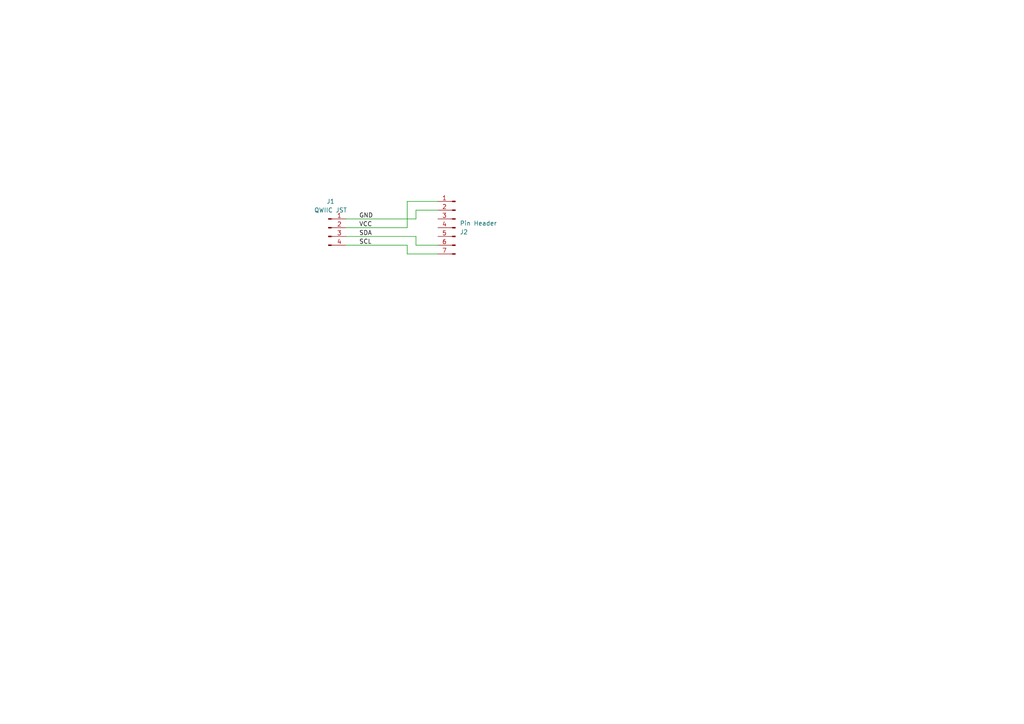
<source format=kicad_sch>
(kicad_sch
	(version 20231120)
	(generator "eeschema")
	(generator_version "8.0")
	(uuid "69c80b9b-9eb6-4f6f-9890-e7371d1e2cde")
	(paper "A4")
	(lib_symbols
		(symbol "Connector:Conn_01x04_Pin"
			(pin_names
				(offset 1.016) hide)
			(exclude_from_sim no)
			(in_bom yes)
			(on_board yes)
			(property "Reference" "J"
				(at 0 5.08 0)
				(effects
					(font
						(size 1.27 1.27)
					)
				)
			)
			(property "Value" "Conn_01x04_Pin"
				(at 0 -7.62 0)
				(effects
					(font
						(size 1.27 1.27)
					)
				)
			)
			(property "Footprint" ""
				(at 0 0 0)
				(effects
					(font
						(size 1.27 1.27)
					)
					(hide yes)
				)
			)
			(property "Datasheet" "~"
				(at 0 0 0)
				(effects
					(font
						(size 1.27 1.27)
					)
					(hide yes)
				)
			)
			(property "Description" "Generic connector, single row, 01x04, script generated"
				(at 0 0 0)
				(effects
					(font
						(size 1.27 1.27)
					)
					(hide yes)
				)
			)
			(property "ki_locked" ""
				(at 0 0 0)
				(effects
					(font
						(size 1.27 1.27)
					)
				)
			)
			(property "ki_keywords" "connector"
				(at 0 0 0)
				(effects
					(font
						(size 1.27 1.27)
					)
					(hide yes)
				)
			)
			(property "ki_fp_filters" "Connector*:*_1x??_*"
				(at 0 0 0)
				(effects
					(font
						(size 1.27 1.27)
					)
					(hide yes)
				)
			)
			(symbol "Conn_01x04_Pin_1_1"
				(polyline
					(pts
						(xy 1.27 -5.08) (xy 0.8636 -5.08)
					)
					(stroke
						(width 0.1524)
						(type default)
					)
					(fill
						(type none)
					)
				)
				(polyline
					(pts
						(xy 1.27 -2.54) (xy 0.8636 -2.54)
					)
					(stroke
						(width 0.1524)
						(type default)
					)
					(fill
						(type none)
					)
				)
				(polyline
					(pts
						(xy 1.27 0) (xy 0.8636 0)
					)
					(stroke
						(width 0.1524)
						(type default)
					)
					(fill
						(type none)
					)
				)
				(polyline
					(pts
						(xy 1.27 2.54) (xy 0.8636 2.54)
					)
					(stroke
						(width 0.1524)
						(type default)
					)
					(fill
						(type none)
					)
				)
				(rectangle
					(start 0.8636 -4.953)
					(end 0 -5.207)
					(stroke
						(width 0.1524)
						(type default)
					)
					(fill
						(type outline)
					)
				)
				(rectangle
					(start 0.8636 -2.413)
					(end 0 -2.667)
					(stroke
						(width 0.1524)
						(type default)
					)
					(fill
						(type outline)
					)
				)
				(rectangle
					(start 0.8636 0.127)
					(end 0 -0.127)
					(stroke
						(width 0.1524)
						(type default)
					)
					(fill
						(type outline)
					)
				)
				(rectangle
					(start 0.8636 2.667)
					(end 0 2.413)
					(stroke
						(width 0.1524)
						(type default)
					)
					(fill
						(type outline)
					)
				)
				(pin passive line
					(at 5.08 2.54 180)
					(length 3.81)
					(name "Pin_1"
						(effects
							(font
								(size 1.27 1.27)
							)
						)
					)
					(number "1"
						(effects
							(font
								(size 1.27 1.27)
							)
						)
					)
				)
				(pin passive line
					(at 5.08 0 180)
					(length 3.81)
					(name "Pin_2"
						(effects
							(font
								(size 1.27 1.27)
							)
						)
					)
					(number "2"
						(effects
							(font
								(size 1.27 1.27)
							)
						)
					)
				)
				(pin passive line
					(at 5.08 -2.54 180)
					(length 3.81)
					(name "Pin_3"
						(effects
							(font
								(size 1.27 1.27)
							)
						)
					)
					(number "3"
						(effects
							(font
								(size 1.27 1.27)
							)
						)
					)
				)
				(pin passive line
					(at 5.08 -5.08 180)
					(length 3.81)
					(name "Pin_4"
						(effects
							(font
								(size 1.27 1.27)
							)
						)
					)
					(number "4"
						(effects
							(font
								(size 1.27 1.27)
							)
						)
					)
				)
			)
		)
		(symbol "Connector:Conn_01x07_Pin"
			(pin_names
				(offset 1.016) hide)
			(exclude_from_sim no)
			(in_bom yes)
			(on_board yes)
			(property "Reference" "J"
				(at 0 10.16 0)
				(effects
					(font
						(size 1.27 1.27)
					)
				)
			)
			(property "Value" "Conn_01x07_Pin"
				(at 0 -10.16 0)
				(effects
					(font
						(size 1.27 1.27)
					)
				)
			)
			(property "Footprint" ""
				(at 0 0 0)
				(effects
					(font
						(size 1.27 1.27)
					)
					(hide yes)
				)
			)
			(property "Datasheet" "~"
				(at 0 0 0)
				(effects
					(font
						(size 1.27 1.27)
					)
					(hide yes)
				)
			)
			(property "Description" "Generic connector, single row, 01x07, script generated"
				(at 0 0 0)
				(effects
					(font
						(size 1.27 1.27)
					)
					(hide yes)
				)
			)
			(property "ki_locked" ""
				(at 0 0 0)
				(effects
					(font
						(size 1.27 1.27)
					)
				)
			)
			(property "ki_keywords" "connector"
				(at 0 0 0)
				(effects
					(font
						(size 1.27 1.27)
					)
					(hide yes)
				)
			)
			(property "ki_fp_filters" "Connector*:*_1x??_*"
				(at 0 0 0)
				(effects
					(font
						(size 1.27 1.27)
					)
					(hide yes)
				)
			)
			(symbol "Conn_01x07_Pin_1_1"
				(polyline
					(pts
						(xy 1.27 -7.62) (xy 0.8636 -7.62)
					)
					(stroke
						(width 0.1524)
						(type default)
					)
					(fill
						(type none)
					)
				)
				(polyline
					(pts
						(xy 1.27 -5.08) (xy 0.8636 -5.08)
					)
					(stroke
						(width 0.1524)
						(type default)
					)
					(fill
						(type none)
					)
				)
				(polyline
					(pts
						(xy 1.27 -2.54) (xy 0.8636 -2.54)
					)
					(stroke
						(width 0.1524)
						(type default)
					)
					(fill
						(type none)
					)
				)
				(polyline
					(pts
						(xy 1.27 0) (xy 0.8636 0)
					)
					(stroke
						(width 0.1524)
						(type default)
					)
					(fill
						(type none)
					)
				)
				(polyline
					(pts
						(xy 1.27 2.54) (xy 0.8636 2.54)
					)
					(stroke
						(width 0.1524)
						(type default)
					)
					(fill
						(type none)
					)
				)
				(polyline
					(pts
						(xy 1.27 5.08) (xy 0.8636 5.08)
					)
					(stroke
						(width 0.1524)
						(type default)
					)
					(fill
						(type none)
					)
				)
				(polyline
					(pts
						(xy 1.27 7.62) (xy 0.8636 7.62)
					)
					(stroke
						(width 0.1524)
						(type default)
					)
					(fill
						(type none)
					)
				)
				(rectangle
					(start 0.8636 -7.493)
					(end 0 -7.747)
					(stroke
						(width 0.1524)
						(type default)
					)
					(fill
						(type outline)
					)
				)
				(rectangle
					(start 0.8636 -4.953)
					(end 0 -5.207)
					(stroke
						(width 0.1524)
						(type default)
					)
					(fill
						(type outline)
					)
				)
				(rectangle
					(start 0.8636 -2.413)
					(end 0 -2.667)
					(stroke
						(width 0.1524)
						(type default)
					)
					(fill
						(type outline)
					)
				)
				(rectangle
					(start 0.8636 0.127)
					(end 0 -0.127)
					(stroke
						(width 0.1524)
						(type default)
					)
					(fill
						(type outline)
					)
				)
				(rectangle
					(start 0.8636 2.667)
					(end 0 2.413)
					(stroke
						(width 0.1524)
						(type default)
					)
					(fill
						(type outline)
					)
				)
				(rectangle
					(start 0.8636 5.207)
					(end 0 4.953)
					(stroke
						(width 0.1524)
						(type default)
					)
					(fill
						(type outline)
					)
				)
				(rectangle
					(start 0.8636 7.747)
					(end 0 7.493)
					(stroke
						(width 0.1524)
						(type default)
					)
					(fill
						(type outline)
					)
				)
				(pin passive line
					(at 5.08 7.62 180)
					(length 3.81)
					(name "Pin_1"
						(effects
							(font
								(size 1.27 1.27)
							)
						)
					)
					(number "1"
						(effects
							(font
								(size 1.27 1.27)
							)
						)
					)
				)
				(pin passive line
					(at 5.08 5.08 180)
					(length 3.81)
					(name "Pin_2"
						(effects
							(font
								(size 1.27 1.27)
							)
						)
					)
					(number "2"
						(effects
							(font
								(size 1.27 1.27)
							)
						)
					)
				)
				(pin passive line
					(at 5.08 2.54 180)
					(length 3.81)
					(name "Pin_3"
						(effects
							(font
								(size 1.27 1.27)
							)
						)
					)
					(number "3"
						(effects
							(font
								(size 1.27 1.27)
							)
						)
					)
				)
				(pin passive line
					(at 5.08 0 180)
					(length 3.81)
					(name "Pin_4"
						(effects
							(font
								(size 1.27 1.27)
							)
						)
					)
					(number "4"
						(effects
							(font
								(size 1.27 1.27)
							)
						)
					)
				)
				(pin passive line
					(at 5.08 -2.54 180)
					(length 3.81)
					(name "Pin_5"
						(effects
							(font
								(size 1.27 1.27)
							)
						)
					)
					(number "5"
						(effects
							(font
								(size 1.27 1.27)
							)
						)
					)
				)
				(pin passive line
					(at 5.08 -5.08 180)
					(length 3.81)
					(name "Pin_6"
						(effects
							(font
								(size 1.27 1.27)
							)
						)
					)
					(number "6"
						(effects
							(font
								(size 1.27 1.27)
							)
						)
					)
				)
				(pin passive line
					(at 5.08 -7.62 180)
					(length 3.81)
					(name "Pin_7"
						(effects
							(font
								(size 1.27 1.27)
							)
						)
					)
					(number "7"
						(effects
							(font
								(size 1.27 1.27)
							)
						)
					)
				)
			)
		)
	)
	(wire
		(pts
			(xy 127 71.12) (xy 120.65 71.12)
		)
		(stroke
			(width 0)
			(type default)
		)
		(uuid "00e8e376-29ba-4793-9574-8974e3b5fe1e")
	)
	(wire
		(pts
			(xy 100.33 71.12) (xy 118.11 71.12)
		)
		(stroke
			(width 0)
			(type default)
		)
		(uuid "1330678a-f8dd-438b-b424-b30f22d93f60")
	)
	(wire
		(pts
			(xy 118.11 58.42) (xy 127 58.42)
		)
		(stroke
			(width 0)
			(type default)
		)
		(uuid "35fee705-38d6-47b2-953d-0d3eece6f833")
	)
	(wire
		(pts
			(xy 100.33 66.04) (xy 118.11 66.04)
		)
		(stroke
			(width 0)
			(type default)
		)
		(uuid "3e0b20f9-a67a-4365-b1af-08b027a80b75")
	)
	(wire
		(pts
			(xy 120.65 63.5) (xy 120.65 60.96)
		)
		(stroke
			(width 0)
			(type default)
		)
		(uuid "43d1af9f-ab87-4bac-9873-de3bc1784bab")
	)
	(wire
		(pts
			(xy 100.33 63.5) (xy 120.65 63.5)
		)
		(stroke
			(width 0)
			(type default)
		)
		(uuid "4f425596-e750-4290-a010-09148452f2a3")
	)
	(wire
		(pts
			(xy 100.33 68.58) (xy 120.65 68.58)
		)
		(stroke
			(width 0)
			(type default)
		)
		(uuid "542263b7-d43d-4ede-b7eb-241043a9774f")
	)
	(wire
		(pts
			(xy 118.11 66.04) (xy 118.11 58.42)
		)
		(stroke
			(width 0)
			(type default)
		)
		(uuid "7298e425-f172-4b3c-9071-05abe116b17c")
	)
	(wire
		(pts
			(xy 118.11 73.66) (xy 127 73.66)
		)
		(stroke
			(width 0)
			(type default)
		)
		(uuid "7a5d2583-dc4a-4420-a9eb-7b7c39ce950f")
	)
	(wire
		(pts
			(xy 118.11 71.12) (xy 118.11 73.66)
		)
		(stroke
			(width 0)
			(type default)
		)
		(uuid "91f9f76c-b696-4091-8686-5ea1ef9cc891")
	)
	(wire
		(pts
			(xy 120.65 60.96) (xy 127 60.96)
		)
		(stroke
			(width 0)
			(type default)
		)
		(uuid "b7556e17-91be-42eb-90c7-cbe9288e7bf2")
	)
	(wire
		(pts
			(xy 120.65 71.12) (xy 120.65 68.58)
		)
		(stroke
			(width 0)
			(type default)
		)
		(uuid "d5c99fb2-98d5-477c-bf87-be90b5e57a50")
	)
	(label "VCC"
		(at 104.14 66.04 0)
		(fields_autoplaced yes)
		(effects
			(font
				(size 1.27 1.27)
			)
			(justify left bottom)
		)
		(uuid "398f6316-d46d-4a34-91c5-d0f0810224dc")
	)
	(label "GND"
		(at 104.14 63.5 0)
		(fields_autoplaced yes)
		(effects
			(font
				(size 1.27 1.27)
			)
			(justify left bottom)
		)
		(uuid "4da729ec-c794-4b7c-941d-56282b04c5a2")
	)
	(label "SCL"
		(at 104.14 71.12 0)
		(fields_autoplaced yes)
		(effects
			(font
				(size 1.27 1.27)
			)
			(justify left bottom)
		)
		(uuid "91b0ccc7-3d76-4b29-ba34-88e44d403092")
	)
	(label "SDA"
		(at 104.14 68.58 0)
		(fields_autoplaced yes)
		(effects
			(font
				(size 1.27 1.27)
			)
			(justify left bottom)
		)
		(uuid "a1fcbc3e-c9be-4ec9-8ad8-ccfc71563ad8")
	)
	(symbol
		(lib_id "Connector:Conn_01x04_Pin")
		(at 95.25 66.04 0)
		(unit 1)
		(exclude_from_sim no)
		(in_bom yes)
		(on_board yes)
		(dnp no)
		(fields_autoplaced yes)
		(uuid "69f8fff8-c36d-433d-8ac8-19e9ec8a7c06")
		(property "Reference" "J1"
			(at 95.885 58.42 0)
			(effects
				(font
					(size 1.27 1.27)
				)
			)
		)
		(property "Value" "QWIIC JST"
			(at 95.885 60.96 0)
			(effects
				(font
					(size 1.27 1.27)
				)
			)
		)
		(property "Footprint" "Connector_JST:JST_SH_SM04B-SRSS-TB_1x04-1MP_P1.00mm_Horizontal"
			(at 95.25 66.04 0)
			(effects
				(font
					(size 1.27 1.27)
				)
				(hide yes)
			)
		)
		(property "Datasheet" "~"
			(at 95.25 66.04 0)
			(effects
				(font
					(size 1.27 1.27)
				)
				(hide yes)
			)
		)
		(property "Description" "Generic connector, single row, 01x04, script generated"
			(at 95.25 66.04 0)
			(effects
				(font
					(size 1.27 1.27)
				)
				(hide yes)
			)
		)
		(pin "1"
			(uuid "4e00c90e-6973-44a5-b806-2c39e8d92f1f")
		)
		(pin "4"
			(uuid "1b4d03e0-7558-4d2f-96ae-73d20b9970bb")
		)
		(pin "3"
			(uuid "630f6654-2439-426e-ae11-59a15af49719")
		)
		(pin "2"
			(uuid "76960a66-1342-4d48-b672-e43dcd418170")
		)
		(instances
			(project "QWIIC STM32 breakout"
				(path "/69c80b9b-9eb6-4f6f-9890-e7371d1e2cde"
					(reference "J1")
					(unit 1)
				)
			)
		)
	)
	(symbol
		(lib_id "Connector:Conn_01x07_Pin")
		(at 132.08 66.04 0)
		(mirror y)
		(unit 1)
		(exclude_from_sim no)
		(in_bom yes)
		(on_board yes)
		(dnp no)
		(uuid "ec227d9f-eb30-4e2b-a963-2deb13c82a67")
		(property "Reference" "J2"
			(at 133.35 67.3101 0)
			(effects
				(font
					(size 1.27 1.27)
				)
				(justify right)
			)
		)
		(property "Value" "Pin Header"
			(at 133.35 64.7701 0)
			(effects
				(font
					(size 1.27 1.27)
				)
				(justify right)
			)
		)
		(property "Footprint" "Connector_PinHeader_2.54mm:PinHeader_1x07_P2.54mm_Vertical"
			(at 132.08 66.04 0)
			(effects
				(font
					(size 1.27 1.27)
				)
				(hide yes)
			)
		)
		(property "Datasheet" "~"
			(at 132.08 66.04 0)
			(effects
				(font
					(size 1.27 1.27)
				)
				(hide yes)
			)
		)
		(property "Description" "Generic connector, single row, 01x07, script generated"
			(at 132.08 66.04 0)
			(effects
				(font
					(size 1.27 1.27)
				)
				(hide yes)
			)
		)
		(pin "4"
			(uuid "ba79aa77-01e4-4fd4-83f1-4293c12cbb10")
		)
		(pin "3"
			(uuid "8fa214b1-5813-42b6-95b7-d2297a24fb36")
		)
		(pin "1"
			(uuid "de63f4c5-7cc1-4adf-ba30-bf5fcf2c8874")
		)
		(pin "2"
			(uuid "5105bfae-6dc3-43b3-953f-5890812591b6")
		)
		(pin "5"
			(uuid "0578ad69-bdfb-4713-aefe-2364050f6d49")
		)
		(pin "6"
			(uuid "03e4858a-68b5-419a-b7d8-181ad47e676b")
		)
		(pin "7"
			(uuid "527bb26f-2f52-48ef-87a0-7efc60016d7b")
		)
		(instances
			(project "QWIIC STM32 breakout"
				(path "/69c80b9b-9eb6-4f6f-9890-e7371d1e2cde"
					(reference "J2")
					(unit 1)
				)
			)
		)
	)
	(sheet_instances
		(path "/"
			(page "1")
		)
	)
)
</source>
